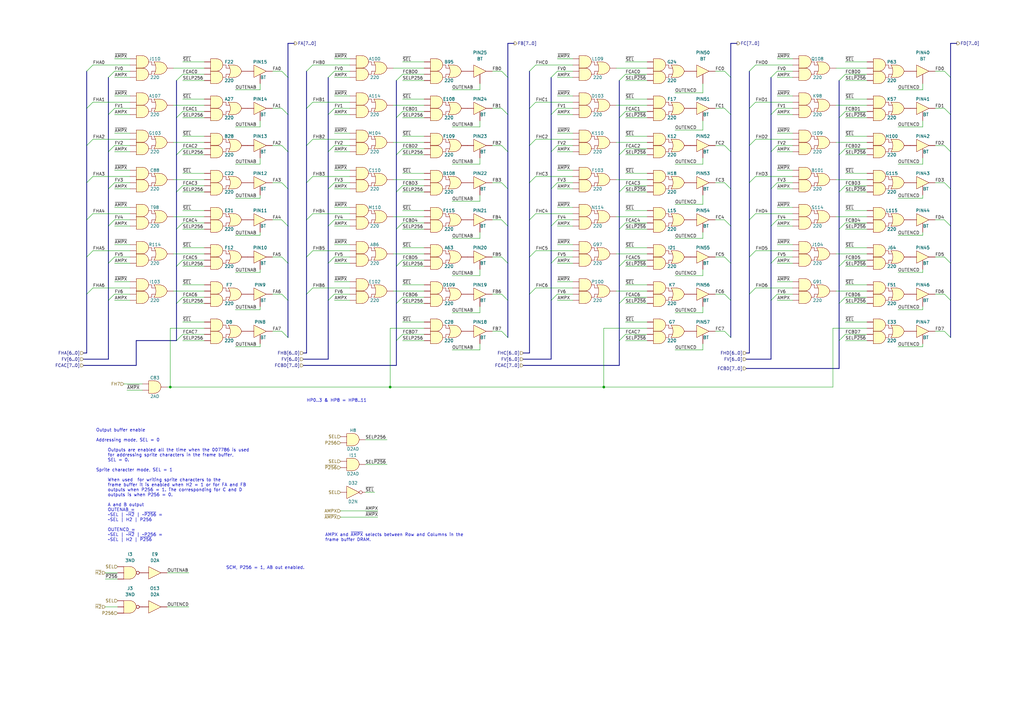
<source format=kicad_sch>
(kicad_sch (version 20230121) (generator eeschema)
  (paper "A3")
  (title_block (title "Konami 007786") (date "2024-01-28") (company "Ulf Skutnabba, twitter: @skutis77"))
  (junction (at 69.85 158.75))
  (junction (at 160.02 158.75))
  (junction (at 247.65 158.75))
  (bus_entry (at 316.23 77.47) (size 2.54 -2.54))
  (bus_entry (at 387.35 74.93) (size 2.54 2.54))
  (bus_entry (at 307.34 120.65) (size 2.54 -2.54))
  (bus_entry (at 316.23 92.71) (size 2.54 -2.54))
  (bus_entry (at 387.35 105.41) (size 2.54 2.54))
  (bus_entry (at 226.06 31.75) (size 2.54 -2.54))
  (bus_entry (at 72.39 109.22) (size 2.54 -2.54))
  (bus_entry (at 115.57 44.45) (size 2.54 2.54))
  (bus_entry (at 35.56 105.41) (size 2.54 -2.54))
  (bus_entry (at 226.06 92.71) (size 2.54 -2.54))
  (bus_entry (at 44.45 92.71) (size 2.54 -2.54))
  (bus_entry (at 254 139.7) (size 2.54 -2.54))
  (bus_entry (at 134.62 46.99) (size 2.54 -2.54))
  (bus_entry (at 316.23 123.19) (size 2.54 -2.54))
  (bus_entry (at 72.39 78.74) (size 2.54 -2.54))
  (bus_entry (at 35.56 59.69) (size 2.54 -2.54))
  (bus_entry (at 44.45 123.19) (size 2.54 -2.54))
  (bus_entry (at 162.56 48.26) (size 2.54 -2.54))
  (bus_entry (at 134.62 77.47) (size 2.54 -2.54))
  (bus_entry (at 297.18 105.41) (size 2.54 2.54))
  (bus_entry (at 254 63.5) (size 2.54 -2.54))
  (bus_entry (at 344.17 93.98) (size 2.54 -2.54))
  (bus_entry (at 387.35 44.45) (size 2.54 2.54))
  (bus_entry (at 72.39 48.26) (size 2.54 -2.54))
  (bus_entry (at 316.23 46.99) (size 2.54 -2.54))
  (bus_entry (at 115.57 90.17) (size 2.54 2.54))
  (bus_entry (at 115.57 74.93) (size 2.54 2.54))
  (bus_entry (at 134.62 107.95) (size 2.54 -2.54))
  (bus_entry (at 344.17 63.5) (size 2.54 -2.54))
  (bus_entry (at 307.34 44.45) (size 2.54 -2.54))
  (bus_entry (at 35.56 74.93) (size 2.54 -2.54))
  (bus_entry (at 35.56 44.45) (size 2.54 -2.54))
  (bus_entry (at 72.39 33.02) (size 2.54 -2.54))
  (bus_entry (at 35.56 29.21) (size 2.54 -2.54))
  (bus_entry (at 297.18 135.89) (size 2.54 2.54))
  (bus_entry (at 226.06 62.23) (size 2.54 -2.54))
  (bus_entry (at 72.39 139.7) (size 2.54 -2.54))
  (bus_entry (at 115.57 120.65) (size 2.54 2.54))
  (bus_entry (at 307.34 74.93) (size 2.54 -2.54))
  (bus_entry (at 297.18 29.21) (size 2.54 2.54))
  (bus_entry (at 205.74 90.17) (size 2.54 2.54))
  (bus_entry (at 72.39 124.46) (size 2.54 -2.54))
  (bus_entry (at 254 109.22) (size 2.54 -2.54))
  (bus_entry (at 125.73 29.21) (size 2.54 -2.54))
  (bus_entry (at 125.73 59.69) (size 2.54 -2.54))
  (bus_entry (at 162.56 93.98) (size 2.54 -2.54))
  (bus_entry (at 387.35 90.17) (size 2.54 2.54))
  (bus_entry (at 217.17 105.41) (size 2.54 -2.54))
  (bus_entry (at 387.35 120.65) (size 2.54 2.54))
  (bus_entry (at 316.23 62.23) (size 2.54 -2.54))
  (bus_entry (at 307.34 105.41) (size 2.54 -2.54))
  (bus_entry (at 316.23 31.75) (size 2.54 -2.54))
  (bus_entry (at 307.34 59.69) (size 2.54 -2.54))
  (bus_entry (at 125.73 74.93) (size 2.54 -2.54))
  (bus_entry (at 344.17 33.02) (size 2.54 -2.54))
  (bus_entry (at 217.17 120.65) (size 2.54 -2.54))
  (bus_entry (at 162.56 33.02) (size 2.54 -2.54))
  (bus_entry (at 205.74 105.41) (size 2.54 2.54))
  (bus_entry (at 134.62 31.75) (size 2.54 -2.54))
  (bus_entry (at 162.56 78.74) (size 2.54 -2.54))
  (bus_entry (at 254 124.46) (size 2.54 -2.54))
  (bus_entry (at 297.18 74.93) (size 2.54 2.54))
  (bus_entry (at 205.74 44.45) (size 2.54 2.54))
  (bus_entry (at 217.17 29.21) (size 2.54 -2.54))
  (bus_entry (at 44.45 31.75) (size 2.54 -2.54))
  (bus_entry (at 115.57 135.89) (size 2.54 2.54))
  (bus_entry (at 226.06 77.47) (size 2.54 -2.54))
  (bus_entry (at 297.18 59.69) (size 2.54 2.54))
  (bus_entry (at 72.39 93.98) (size 2.54 -2.54))
  (bus_entry (at 297.18 90.17) (size 2.54 2.54))
  (bus_entry (at 44.45 107.95) (size 2.54 -2.54))
  (bus_entry (at 205.74 59.69) (size 2.54 2.54))
  (bus_entry (at 217.17 44.45) (size 2.54 -2.54))
  (bus_entry (at 115.57 105.41) (size 2.54 2.54))
  (bus_entry (at 72.39 63.5) (size 2.54 -2.54))
  (bus_entry (at 205.74 74.93) (size 2.54 2.54))
  (bus_entry (at 205.74 135.89) (size 2.54 2.54))
  (bus_entry (at 254 48.26) (size 2.54 -2.54))
  (bus_entry (at 125.73 105.41) (size 2.54 -2.54))
  (bus_entry (at 217.17 90.17) (size 2.54 -2.54))
  (bus_entry (at 35.56 90.17) (size 2.54 -2.54))
  (bus_entry (at 226.06 107.95) (size 2.54 -2.54))
  (bus_entry (at 35.56 120.65) (size 2.54 -2.54))
  (bus_entry (at 254 78.74) (size 2.54 -2.54))
  (bus_entry (at 254 93.98) (size 2.54 -2.54))
  (bus_entry (at 134.62 123.19) (size 2.54 -2.54))
  (bus_entry (at 217.17 59.69) (size 2.54 -2.54))
  (bus_entry (at 307.34 90.17) (size 2.54 -2.54))
  (bus_entry (at 226.06 46.99) (size 2.54 -2.54))
  (bus_entry (at 134.62 92.71) (size 2.54 -2.54))
  (bus_entry (at 387.35 29.21) (size 2.54 2.54))
  (bus_entry (at 316.23 107.95) (size 2.54 -2.54))
  (bus_entry (at 344.17 48.26) (size 2.54 -2.54))
  (bus_entry (at 134.62 62.23) (size 2.54 -2.54))
  (bus_entry (at 297.18 44.45) (size 2.54 2.54))
  (bus_entry (at 297.18 120.65) (size 2.54 2.54))
  (bus_entry (at 226.06 123.19) (size 2.54 -2.54))
  (bus_entry (at 125.73 90.17) (size 2.54 -2.54))
  (bus_entry (at 44.45 46.99) (size 2.54 -2.54))
  (bus_entry (at 44.45 77.47) (size 2.54 -2.54))
  (bus_entry (at 387.35 59.69) (size 2.54 2.54))
  (bus_entry (at 162.56 63.5) (size 2.54 -2.54))
  (bus_entry (at 217.17 74.93) (size 2.54 -2.54))
  (bus_entry (at 115.57 29.21) (size 2.54 2.54))
  (bus_entry (at 344.17 124.46) (size 2.54 -2.54))
  (bus_entry (at 387.35 135.89) (size 2.54 2.54))
  (bus_entry (at 254 33.02) (size 2.54 -2.54))
  (bus_entry (at 125.73 120.65) (size 2.54 -2.54))
  (bus_entry (at 162.56 139.7) (size 2.54 -2.54))
  (bus_entry (at 205.74 29.21) (size 2.54 2.54))
  (bus_entry (at 125.73 44.45) (size 2.54 -2.54))
  (bus_entry (at 344.17 139.7) (size 2.54 -2.54))
  (bus_entry (at 344.17 109.22) (size 2.54 -2.54))
  (bus_entry (at 115.57 59.69) (size 2.54 2.54))
  (bus_entry (at 205.74 120.65) (size 2.54 2.54))
  (bus_entry (at 307.34 29.21) (size 2.54 -2.54))
  (bus_entry (at 162.56 124.46) (size 2.54 -2.54))
  (bus_entry (at 44.45 62.23) (size 2.54 -2.54))
  (bus_entry (at 344.17 78.74) (size 2.54 -2.54))
  (bus_entry (at 162.56 109.22) (size 2.54 -2.54))
  (wire (pts (xy 96.52 142.24) (xy 106.68 142.24)))
  (wire (pts (xy 46.99 123.19) (xy 53.34 123.19)))
  (wire (pts (xy 137.16 62.23) (xy 143.51 62.23)))
  (wire (pts (xy 228.6 46.99) (xy 234.95 46.99)))
  (bus (pts (xy 118.11 62.23) (xy 118.11 77.47)))
  (bus (pts (xy 134.62 123.19) (xy 134.62 147.32)))
  (bus (pts (xy 118.11 123.19) (xy 118.11 138.43)))
  (wire (pts (xy 342.9 43.18) (xy 355.6 43.18)))
  (wire (pts (xy 111.76 44.45) (xy 115.57 44.45)))
  (wire (pts (xy 346.71 40.64) (xy 355.6 40.64)))
  (wire (pts (xy 137.16 85.09) (xy 143.51 85.09)))
  (bus (pts (xy 307.34 44.45) (xy 307.34 59.69)))
  (bus (pts (xy 162.56 48.26) (xy 162.56 63.5)))
  (bus (pts (xy 134.62 46.99) (xy 134.62 62.23)))
  (wire (pts (xy 219.71 72.39) (xy 234.95 72.39)))
  (wire (pts (xy 219.71 87.63) (xy 234.95 87.63)))
  (wire (pts (xy 293.37 44.45) (xy 297.18 44.45)))
  (bus (pts (xy 344.17 139.7) (xy 344.17 151.13)))
  (wire (pts (xy 46.99 74.93) (xy 53.34 74.93)))
  (bus (pts (xy 72.39 33.02) (xy 72.39 48.26)))
  (wire (pts (xy 74.93 55.88) (xy 83.82 55.88)))
  (wire (pts (xy 256.54 139.7) (xy 265.43 139.7)))
  (wire (pts (xy 165.1 33.02) (xy 173.99 33.02)))
  (bus (pts (xy 162.56 78.74) (xy 162.56 93.98)))
  (wire (pts (xy 346.71 137.16) (xy 355.6 137.16)))
  (bus (pts (xy 307.34 90.17) (xy 307.34 105.41)))
  (wire (pts (xy 46.99 105.41) (xy 53.34 105.41)))
  (wire (pts (xy 318.77 107.95) (xy 325.12 107.95)))
  (wire (pts (xy 219.71 118.11) (xy 234.95 118.11)))
  (wire (pts (xy 342.9 73.66) (xy 355.6 73.66)))
  (wire (pts (xy 74.93 137.16) (xy 83.82 137.16)))
  (wire (pts (xy 160.02 158.75) (xy 247.65 158.75)))
  (bus (pts (xy 299.72 62.23) (xy 299.72 77.47)))
  (wire (pts (xy 106.68 111.76) (xy 106.68 110.49)))
  (wire (pts (xy 256.54 109.22) (xy 265.43 109.22)))
  (bus (pts (xy 125.73 90.17) (xy 125.73 105.41)))
  (wire (pts (xy 309.88 102.87) (xy 325.12 102.87)))
  (wire (pts (xy 346.71 25.4) (xy 355.6 25.4)))
  (wire (pts (xy 228.6 123.19) (xy 234.95 123.19)))
  (wire (pts (xy 137.16 77.47) (xy 143.51 77.47)))
  (wire (pts (xy 71.12 43.18) (xy 83.82 43.18)))
  (bus (pts (xy 118.11 92.71) (xy 118.11 107.95)))
  (wire (pts (xy 276.86 83.82) (xy 288.29 83.82)))
  (wire (pts (xy 378.46 96.52) (xy 378.46 95.25)))
  (wire (pts (xy 346.71 109.22) (xy 355.6 109.22)))
  (wire (pts (xy 149.86 201.93) (xy 153.67 201.93)))
  (bus (pts (xy 389.89 46.99) (xy 389.89 62.23)))
  (wire (pts (xy 378.46 52.07) (xy 378.46 49.53)))
  (wire (pts (xy 165.1 86.36) (xy 173.99 86.36)))
  (bus (pts (xy 55.88 139.7) (xy 55.88 149.86)))
  (bus (pts (xy 125.73 59.69) (xy 125.73 74.93)))
  (wire (pts (xy 38.1 102.87) (xy 53.34 102.87)))
  (wire (pts (xy 46.99 120.65) (xy 53.34 120.65)))
  (wire (pts (xy 368.3 127) (xy 378.46 127)))
  (wire (pts (xy 96.52 96.52) (xy 106.68 96.52)))
  (bus (pts (xy 35.56 29.21) (xy 35.56 44.45)))
  (bus (pts (xy 217.17 90.17) (xy 217.17 105.41)))
  (wire (pts (xy 46.99 29.21) (xy 53.34 29.21)))
  (bus (pts (xy 217.17 44.45) (xy 217.17 59.69)))
  (bus (pts (xy 226.06 107.95) (xy 226.06 123.19)))
  (wire (pts (xy 201.93 44.45) (xy 205.74 44.45)))
  (wire (pts (xy 46.99 54.61) (xy 53.34 54.61)))
  (wire (pts (xy 38.1 72.39) (xy 53.34 72.39)))
  (bus (pts (xy 162.56 33.02) (xy 162.56 48.26)))
  (wire (pts (xy 318.77 115.57) (xy 325.12 115.57)))
  (bus (pts (xy 44.45 77.47) (xy 44.45 92.71)))
  (wire (pts (xy 165.1 109.22) (xy 173.99 109.22)))
  (wire (pts (xy 247.65 134.62) (xy 265.43 134.62)))
  (bus (pts (xy 118.11 107.95) (xy 118.11 123.19)))
  (wire (pts (xy 74.93 109.22) (xy 83.82 109.22)))
  (bus (pts (xy 226.06 77.47) (xy 226.06 92.71)))
  (wire (pts (xy 228.6 54.61) (xy 234.95 54.61)))
  (bus (pts (xy 125.73 74.93) (xy 125.73 90.17)))
  (wire (pts (xy 137.16 54.61) (xy 143.51 54.61)))
  (wire (pts (xy 276.86 143.51) (xy 288.29 143.51)))
  (bus (pts (xy 316.23 77.47) (xy 316.23 92.71)))
  (wire (pts (xy 288.29 97.79) (xy 288.29 95.25)))
  (wire (pts (xy 201.93 135.89) (xy 205.74 135.89)))
  (wire (pts (xy 74.93 33.02) (xy 83.82 33.02)))
  (wire (pts (xy 137.16 100.33) (xy 143.51 100.33)))
  (wire (pts (xy 276.86 113.03) (xy 288.29 113.03)))
  (wire (pts (xy 185.42 113.03) (xy 196.85 113.03)))
  (bus (pts (xy 254 33.02) (xy 254 48.26)))
  (wire (pts (xy 252.73 104.14) (xy 265.43 104.14)))
  (wire (pts (xy 137.16 123.19) (xy 143.51 123.19)))
  (wire (pts (xy 309.88 26.67) (xy 325.12 26.67)))
  (wire (pts (xy 69.85 158.75) (xy 68.58 158.75)))
  (wire (pts (xy 228.6 120.65) (xy 234.95 120.65)))
  (wire (pts (xy 137.16 24.13) (xy 143.51 24.13)))
  (bus (pts (xy 35.56 59.69) (xy 35.56 74.93)))
  (wire (pts (xy 228.6 85.09) (xy 234.95 85.09)))
  (wire (pts (xy 342.9 104.14) (xy 355.6 104.14)))
  (wire (pts (xy 252.73 88.9) (xy 265.43 88.9)))
  (bus (pts (xy 208.28 17.78) (xy 210.82 17.78)))
  (wire (pts (xy 368.3 111.76) (xy 378.46 111.76)))
  (bus (pts (xy 35.56 105.41) (xy 35.56 120.65)))
  (bus (pts (xy 299.72 31.75) (xy 299.72 46.99)))
  (bus (pts (xy 299.72 17.78) (xy 302.26 17.78)))
  (wire (pts (xy 161.29 104.14) (xy 173.99 104.14)))
  (bus (pts (xy 344.17 78.74) (xy 344.17 93.98)))
  (wire (pts (xy 383.54 135.89) (xy 387.35 135.89)))
  (wire (pts (xy 149.86 180.34) (xy 158.75 180.34)))
  (wire (pts (xy 252.73 119.38) (xy 265.43 119.38)))
  (wire (pts (xy 346.71 71.12) (xy 355.6 71.12)))
  (wire (pts (xy 219.71 26.67) (xy 234.95 26.67)))
  (wire (pts (xy 256.54 91.44) (xy 265.43 91.44)))
  (wire (pts (xy 161.29 119.38) (xy 173.99 119.38)))
  (wire (pts (xy 96.52 52.07) (xy 106.68 52.07)))
  (wire (pts (xy 165.1 132.08) (xy 173.99 132.08)))
  (wire (pts (xy 71.12 73.66) (xy 83.82 73.66)))
  (bus (pts (xy 226.06 46.99) (xy 226.06 62.23)))
  (wire (pts (xy 346.71 86.36) (xy 355.6 86.36)))
  (wire (pts (xy 383.54 90.17) (xy 387.35 90.17)))
  (wire (pts (xy 228.6 90.17) (xy 234.95 90.17)))
  (bus (pts (xy 316.23 107.95) (xy 316.23 123.19)))
  (wire (pts (xy 288.29 53.34) (xy 288.29 49.53)))
  (wire (pts (xy 342.9 58.42) (xy 355.6 58.42)))
  (bus (pts (xy 72.39 78.74) (xy 72.39 93.98)))
  (wire (pts (xy 46.99 24.13) (xy 53.34 24.13)))
  (wire (pts (xy 378.46 111.76) (xy 378.46 110.49)))
  (bus (pts (xy 254 78.74) (xy 254 93.98)))
  (wire (pts (xy 368.3 81.28) (xy 378.46 81.28)))
  (wire (pts (xy 165.1 101.6) (xy 173.99 101.6)))
  (wire (pts (xy 256.54 93.98) (xy 265.43 93.98)))
  (bus (pts (xy 254 139.7) (xy 254 149.86)))
  (wire (pts (xy 128.27 57.15) (xy 143.51 57.15)))
  (wire (pts (xy 252.73 27.94) (xy 265.43 27.94)))
  (wire (pts (xy 74.93 76.2) (xy 83.82 76.2)))
  (wire (pts (xy 346.71 60.96) (xy 355.6 60.96)))
  (wire (pts (xy 46.99 100.33) (xy 53.34 100.33)))
  (wire (pts (xy 106.68 52.07) (xy 106.68 49.53)))
  (bus (pts (xy 316.23 92.71) (xy 316.23 107.95)))
  (wire (pts (xy 342.9 88.9) (xy 355.6 88.9)))
  (wire (pts (xy 201.93 59.69) (xy 205.74 59.69)))
  (wire (pts (xy 383.54 74.93) (xy 387.35 74.93)))
  (wire (pts (xy 111.76 29.21) (xy 115.57 29.21)))
  (wire (pts (xy 383.54 120.65) (xy 387.35 120.65)))
  (wire (pts (xy 228.6 77.47) (xy 234.95 77.47)))
  (wire (pts (xy 318.77 44.45) (xy 325.12 44.45)))
  (bus (pts (xy 307.34 120.65) (xy 307.34 144.78)))
  (bus (pts (xy 162.56 63.5) (xy 162.56 78.74)))
  (wire (pts (xy 346.71 45.72) (xy 355.6 45.72)))
  (wire (pts (xy 74.93 71.12) (xy 83.82 71.12)))
  (wire (pts (xy 378.46 67.31) (xy 378.46 64.77)))
  (bus (pts (xy 299.72 46.99) (xy 299.72 62.23)))
  (wire (pts (xy 293.37 29.21) (xy 297.18 29.21)))
  (wire (pts (xy 383.54 59.69) (xy 387.35 59.69)))
  (wire (pts (xy 341.63 134.62) (xy 355.6 134.62)))
  (wire (pts (xy 256.54 132.08) (xy 265.43 132.08)))
  (bus (pts (xy 214.63 147.32) (xy 226.06 147.32)))
  (bus (pts (xy 307.34 74.93) (xy 307.34 90.17)))
  (wire (pts (xy 74.93 45.72) (xy 83.82 45.72)))
  (bus (pts (xy 125.73 105.41) (xy 125.73 120.65)))
  (wire (pts (xy 139.7 209.55) (xy 154.94 209.55)))
  (wire (pts (xy 137.16 107.95) (xy 143.51 107.95)))
  (bus (pts (xy 307.34 29.21) (xy 307.34 44.45)))
  (bus (pts (xy 299.72 77.47) (xy 299.72 92.71)))
  (wire (pts (xy 165.1 116.84) (xy 173.99 116.84)))
  (bus (pts (xy 125.73 29.21) (xy 125.73 44.45)))
  (wire (pts (xy 111.76 135.89) (xy 115.57 135.89)))
  (bus (pts (xy 208.28 77.47) (xy 208.28 92.71)))
  (wire (pts (xy 46.99 107.95) (xy 53.34 107.95)))
  (bus (pts (xy 306.07 144.78) (xy 307.34 144.78)))
  (wire (pts (xy 128.27 41.91) (xy 143.51 41.91)))
  (wire (pts (xy 149.86 190.5) (xy 158.75 190.5)))
  (bus (pts (xy 299.72 17.78) (xy 299.72 31.75)))
  (wire (pts (xy 318.77 100.33) (xy 325.12 100.33)))
  (wire (pts (xy 165.1 91.44) (xy 173.99 91.44)))
  (bus (pts (xy 162.56 124.46) (xy 162.56 139.7)))
  (wire (pts (xy 256.54 78.74) (xy 265.43 78.74)))
  (wire (pts (xy 46.99 62.23) (xy 53.34 62.23)))
  (wire (pts (xy 43.18 234.95) (xy 48.26 234.95)))
  (wire (pts (xy 106.68 81.28) (xy 106.68 80.01)))
  (wire (pts (xy 165.1 63.5) (xy 173.99 63.5)))
  (wire (pts (xy 228.6 31.75) (xy 234.95 31.75)))
  (bus (pts (xy 217.17 74.93) (xy 217.17 90.17)))
  (wire (pts (xy 196.85 128.27) (xy 196.85 125.73)))
  (wire (pts (xy 185.42 82.55) (xy 196.85 82.55)))
  (wire (pts (xy 137.16 115.57) (xy 143.51 115.57)))
  (wire (pts (xy 74.93 132.08) (xy 83.82 132.08)))
  (wire (pts (xy 318.77 46.99) (xy 325.12 46.99)))
  (wire (pts (xy 256.54 71.12) (xy 265.43 71.12)))
  (wire (pts (xy 137.16 69.85) (xy 143.51 69.85)))
  (wire (pts (xy 71.12 88.9) (xy 83.82 88.9)))
  (bus (pts (xy 72.39 48.26) (xy 72.39 63.5)))
  (wire (pts (xy 161.29 27.94) (xy 173.99 27.94)))
  (wire (pts (xy 128.27 26.67) (xy 143.51 26.67)))
  (wire (pts (xy 46.99 90.17) (xy 53.34 90.17)))
  (wire (pts (xy 201.93 90.17) (xy 205.74 90.17)))
  (wire (pts (xy 137.16 44.45) (xy 143.51 44.45)))
  (bus (pts (xy 299.72 123.19) (xy 299.72 138.43)))
  (bus (pts (xy 44.45 107.95) (xy 44.45 123.19)))
  (wire (pts (xy 111.76 120.65) (xy 115.57 120.65)))
  (bus (pts (xy 125.73 120.65) (xy 125.73 144.78)))
  (bus (pts (xy 35.56 74.93) (xy 35.56 90.17)))
  (bus (pts (xy 299.72 107.95) (xy 299.72 123.19)))
  (bus (pts (xy 254 63.5) (xy 254 78.74)))
  (wire (pts (xy 293.37 90.17) (xy 297.18 90.17)))
  (wire (pts (xy 228.6 100.33) (xy 234.95 100.33)))
  (bus (pts (xy 307.34 59.69) (xy 307.34 74.93)))
  (wire (pts (xy 165.1 40.64) (xy 173.99 40.64)))
  (wire (pts (xy 38.1 57.15) (xy 53.34 57.15)))
  (bus (pts (xy 118.11 31.75) (xy 118.11 46.99)))
  (wire (pts (xy 196.85 52.07) (xy 196.85 49.53)))
  (wire (pts (xy 69.85 134.62) (xy 69.85 158.75)))
  (bus (pts (xy 389.89 17.78) (xy 392.43 17.78)))
  (wire (pts (xy 256.54 121.92) (xy 265.43 121.92)))
  (bus (pts (xy 34.29 147.32) (xy 44.45 147.32)))
  (wire (pts (xy 69.85 158.75) (xy 160.02 158.75)))
  (wire (pts (xy 318.77 31.75) (xy 325.12 31.75)))
  (wire (pts (xy 383.54 29.21) (xy 387.35 29.21)))
  (wire (pts (xy 256.54 48.26) (xy 265.43 48.26)))
  (wire (pts (xy 43.18 237.49) (xy 48.26 237.49)))
  (wire (pts (xy 74.93 106.68) (xy 83.82 106.68)))
  (wire (pts (xy 185.42 36.83) (xy 196.85 36.83)))
  (bus (pts (xy 316.23 62.23) (xy 316.23 77.47)))
  (wire (pts (xy 309.88 41.91) (xy 325.12 41.91)))
  (wire (pts (xy 228.6 115.57) (xy 234.95 115.57)))
  (wire (pts (xy 265.43 45.72) (xy 256.54 45.72)))
  (wire (pts (xy 74.93 40.64) (xy 83.82 40.64)))
  (wire (pts (xy 288.29 67.31) (xy 288.29 64.77)))
  (wire (pts (xy 137.16 29.21) (xy 143.51 29.21)))
  (wire (pts (xy 165.1 71.12) (xy 173.99 71.12)))
  (wire (pts (xy 106.68 36.83) (xy 106.68 34.29)))
  (bus (pts (xy 254 109.22) (xy 254 124.46)))
  (bus (pts (xy 34.29 149.86) (xy 55.88 149.86)))
  (wire (pts (xy 346.71 106.68) (xy 355.6 106.68)))
  (wire (pts (xy 165.1 25.4) (xy 173.99 25.4)))
  (bus (pts (xy 118.11 17.78) (xy 118.11 31.75)))
  (bus (pts (xy 217.17 29.21) (xy 217.17 44.45)))
  (wire (pts (xy 106.68 96.52) (xy 106.68 95.25)))
  (bus (pts (xy 214.63 144.78) (xy 217.17 144.78)))
  (wire (pts (xy 74.93 91.44) (xy 83.82 91.44)))
  (bus (pts (xy 72.39 93.98) (xy 72.39 109.22)))
  (wire (pts (xy 74.93 86.36) (xy 83.82 86.36)))
  (wire (pts (xy 137.16 92.71) (xy 143.51 92.71)))
  (wire (pts (xy 318.77 62.23) (xy 325.12 62.23)))
  (bus (pts (xy 124.46 149.86) (xy 162.56 149.86)))
  (wire (pts (xy 252.73 58.42) (xy 265.43 58.42)))
  (wire (pts (xy 46.99 46.99) (xy 53.34 46.99)))
  (bus (pts (xy 162.56 93.98) (xy 162.56 109.22)))
  (wire (pts (xy 165.1 106.68) (xy 173.99 106.68)))
  (wire (pts (xy 368.3 36.83) (xy 378.46 36.83)))
  (wire (pts (xy 368.3 52.07) (xy 378.46 52.07)))
  (bus (pts (xy 134.62 31.75) (xy 134.62 46.99)))
  (wire (pts (xy 276.86 38.1) (xy 288.29 38.1)))
  (wire (pts (xy 137.16 31.75) (xy 143.51 31.75)))
  (bus (pts (xy 72.39 63.5) (xy 72.39 78.74)))
  (wire (pts (xy 71.12 58.42) (xy 83.82 58.42)))
  (bus (pts (xy 389.89 31.75) (xy 389.89 17.78)))
  (wire (pts (xy 288.29 38.1) (xy 288.29 34.29)))
  (wire (pts (xy 346.71 48.26) (xy 355.6 48.26)))
  (bus (pts (xy 34.29 144.78) (xy 35.56 144.78)))
  (wire (pts (xy 318.77 90.17) (xy 325.12 90.17)))
  (bus (pts (xy 134.62 92.71) (xy 134.62 107.95)))
  (bus (pts (xy 35.56 44.45) (xy 35.56 59.69)))
  (wire (pts (xy 228.6 62.23) (xy 234.95 62.23)))
  (bus (pts (xy 208.28 92.71) (xy 208.28 107.95)))
  (wire (pts (xy 309.88 72.39) (xy 325.12 72.39)))
  (wire (pts (xy 201.93 105.41) (xy 205.74 105.41)))
  (wire (pts (xy 318.77 92.71) (xy 325.12 92.71)))
  (wire (pts (xy 346.71 76.2) (xy 355.6 76.2)))
  (wire (pts (xy 288.29 83.82) (xy 288.29 80.01)))
  (wire (pts (xy 318.77 77.47) (xy 325.12 77.47)))
  (wire (pts (xy 276.86 53.34) (xy 288.29 53.34)))
  (wire (pts (xy 106.68 127) (xy 106.68 125.73)))
  (wire (pts (xy 201.93 120.65) (xy 205.74 120.65)))
  (wire (pts (xy 128.27 102.87) (xy 143.51 102.87)))
  (wire (pts (xy 74.93 60.96) (xy 83.82 60.96)))
  (wire (pts (xy 196.85 143.51) (xy 196.85 140.97)))
  (wire (pts (xy 342.9 27.94) (xy 355.6 27.94)))
  (wire (pts (xy 165.1 76.2) (xy 173.99 76.2)))
  (bus (pts (xy 389.89 31.75) (xy 389.89 46.99)))
  (wire (pts (xy 318.77 59.69) (xy 325.12 59.69)))
  (wire (pts (xy 128.27 72.39) (xy 143.51 72.39)))
  (wire (pts (xy 256.54 86.36) (xy 265.43 86.36)))
  (wire (pts (xy 256.54 60.96) (xy 265.43 60.96)))
  (wire (pts (xy 228.6 107.95) (xy 234.95 107.95)))
  (wire (pts (xy 252.73 73.66) (xy 265.43 73.66)))
  (wire (pts (xy 201.93 29.21) (xy 205.74 29.21)))
  (wire (pts (xy 38.1 87.63) (xy 53.34 87.63)))
  (bus (pts (xy 118.11 17.78) (xy 120.65 17.78)))
  (wire (pts (xy 228.6 24.13) (xy 234.95 24.13)))
  (wire (pts (xy 293.37 135.89) (xy 297.18 135.89)))
  (wire (pts (xy 368.3 67.31) (xy 378.46 67.31)))
  (wire (pts (xy 196.85 67.31) (xy 196.85 64.77)))
  (bus (pts (xy 344.17 33.02) (xy 344.17 48.26)))
  (wire (pts (xy 256.54 63.5) (xy 265.43 63.5)))
  (wire (pts (xy 74.93 78.74) (xy 83.82 78.74)))
  (bus (pts (xy 208.28 62.23) (xy 208.28 77.47)))
  (wire (pts (xy 256.54 40.64) (xy 265.43 40.64)))
  (wire (pts (xy 256.54 106.68) (xy 265.43 106.68)))
  (wire (pts (xy 68.58 234.95) (xy 77.47 234.95)))
  (wire (pts (xy 111.76 74.93) (xy 115.57 74.93)))
  (wire (pts (xy 74.93 101.6) (xy 83.82 101.6)))
  (wire (pts (xy 346.71 91.44) (xy 355.6 91.44)))
  (wire (pts (xy 256.54 25.4) (xy 265.43 25.4)))
  (wire (pts (xy 228.6 69.85) (xy 234.95 69.85)))
  (wire (pts (xy 383.54 105.41) (xy 387.35 105.41)))
  (wire (pts (xy 137.16 46.99) (xy 143.51 46.99)))
  (wire (pts (xy 318.77 85.09) (xy 325.12 85.09)))
  (wire (pts (xy 247.65 134.62) (xy 247.65 158.75)))
  (bus (pts (xy 226.06 92.71) (xy 226.06 107.95)))
  (wire (pts (xy 137.16 105.41) (xy 143.51 105.41)))
  (bus (pts (xy 162.56 139.7) (xy 162.56 149.86)))
  (wire (pts (xy 288.29 113.03) (xy 288.29 110.49)))
  (bus (pts (xy 226.06 62.23) (xy 226.06 77.47)))
  (wire (pts (xy 256.54 124.46) (xy 265.43 124.46)))
  (wire (pts (xy 346.71 30.48) (xy 355.6 30.48)))
  (wire (pts (xy 96.52 127) (xy 106.68 127)))
  (wire (pts (xy 46.99 85.09) (xy 53.34 85.09)))
  (wire (pts (xy 196.85 97.79) (xy 196.85 95.25)))
  (wire (pts (xy 96.52 81.28) (xy 106.68 81.28)))
  (wire (pts (xy 346.71 55.88) (xy 355.6 55.88)))
  (wire (pts (xy 378.46 127) (xy 378.46 125.73)))
  (wire (pts (xy 165.1 121.92) (xy 173.99 121.92)))
  (bus (pts (xy 389.89 123.19) (xy 389.89 138.43)))
  (bus (pts (xy 208.28 31.75) (xy 208.28 46.99)))
  (wire (pts (xy 318.77 39.37) (xy 325.12 39.37)))
  (wire (pts (xy 68.58 248.92) (xy 77.47 248.92)))
  (wire (pts (xy 111.76 59.69) (xy 115.57 59.69)))
  (bus (pts (xy 217.17 120.65) (xy 217.17 144.78)))
  (wire (pts (xy 165.1 45.72) (xy 173.99 45.72)))
  (wire (pts (xy 71.12 119.38) (xy 83.82 119.38)))
  (wire (pts (xy 74.93 121.92) (xy 83.82 121.92)))
  (wire (pts (xy 368.3 142.24) (xy 378.46 142.24)))
  (wire (pts (xy 46.99 31.75) (xy 53.34 31.75)))
  (wire (pts (xy 106.68 142.24) (xy 106.68 140.97)))
  (bus (pts (xy 344.17 48.26) (xy 344.17 63.5)))
  (wire (pts (xy 228.6 105.41) (xy 234.95 105.41)))
  (wire (pts (xy 185.42 143.51) (xy 196.85 143.51)))
  (bus (pts (xy 226.06 123.19) (xy 226.06 147.32)))
  (bus (pts (xy 254 124.46) (xy 254 139.7)))
  (wire (pts (xy 38.1 41.91) (xy 53.34 41.91)))
  (wire (pts (xy 276.86 97.79) (xy 288.29 97.79)))
  (wire (pts (xy 185.42 52.07) (xy 196.85 52.07)))
  (wire (pts (xy 165.1 93.98) (xy 173.99 93.98)))
  (wire (pts (xy 342.9 119.38) (xy 355.6 119.38)))
  (bus (pts (xy 208.28 123.19) (xy 208.28 138.43)))
  (bus (pts (xy 118.11 77.47) (xy 118.11 92.71)))
  (wire (pts (xy 341.63 158.75) (xy 341.63 134.62)))
  (wire (pts (xy 228.6 44.45) (xy 234.95 44.45)))
  (wire (pts (xy 46.99 44.45) (xy 53.34 44.45)))
  (wire (pts (xy 247.65 158.75) (xy 341.63 158.75)))
  (wire (pts (xy 165.1 124.46) (xy 173.99 124.46)))
  (wire (pts (xy 111.76 105.41) (xy 115.57 105.41)))
  (wire (pts (xy 46.99 77.47) (xy 53.34 77.47)))
  (bus (pts (xy 389.89 92.71) (xy 389.89 107.95)))
  (bus (pts (xy 316.23 123.19) (xy 316.23 147.32)))
  (bus (pts (xy 389.89 107.95) (xy 389.89 123.19)))
  (wire (pts (xy 46.99 92.71) (xy 53.34 92.71)))
  (bus (pts (xy 35.56 120.65) (xy 35.56 144.78)))
  (wire (pts (xy 346.71 101.6) (xy 355.6 101.6)))
  (wire (pts (xy 71.12 104.14) (xy 83.82 104.14)))
  (wire (pts (xy 111.76 90.17) (xy 115.57 90.17)))
  (wire (pts (xy 38.1 26.67) (xy 53.34 26.67)))
  (wire (pts (xy 318.77 24.13) (xy 325.12 24.13)))
  (wire (pts (xy 288.29 143.51) (xy 288.29 140.97)))
  (bus (pts (xy 208.28 31.75) (xy 208.28 17.78)))
  (wire (pts (xy 165.1 137.16) (xy 173.99 137.16)))
  (bus (pts (xy 44.45 92.71) (xy 44.45 107.95)))
  (bus (pts (xy 254 93.98) (xy 254 109.22)))
  (wire (pts (xy 252.73 43.18) (xy 265.43 43.18)))
  (bus (pts (xy 72.39 109.22) (xy 72.39 124.46)))
  (bus (pts (xy 316.23 46.99) (xy 316.23 62.23)))
  (wire (pts (xy 318.77 54.61) (xy 325.12 54.61)))
  (wire (pts (xy 346.71 33.02) (xy 355.6 33.02)))
  (bus (pts (xy 389.89 62.23) (xy 389.89 77.47)))
  (wire (pts (xy 137.16 39.37) (xy 143.51 39.37)))
  (wire (pts (xy 256.54 137.16) (xy 265.43 137.16)))
  (wire (pts (xy 74.93 30.48) (xy 83.82 30.48)))
  (wire (pts (xy 228.6 29.21) (xy 234.95 29.21)))
  (wire (pts (xy 256.54 33.02) (xy 265.43 33.02)))
  (wire (pts (xy 346.71 116.84) (xy 355.6 116.84)))
  (wire (pts (xy 228.6 39.37) (xy 234.95 39.37)))
  (wire (pts (xy 128.27 87.63) (xy 143.51 87.63)))
  (bus (pts (xy 44.45 46.99) (xy 44.45 62.23)))
  (wire (pts (xy 185.42 67.31) (xy 196.85 67.31)))
  (wire (pts (xy 293.37 120.65) (xy 297.18 120.65)))
  (wire (pts (xy 165.1 139.7) (xy 173.99 139.7)))
  (bus (pts (xy 35.56 90.17) (xy 35.56 105.41)))
  (wire (pts (xy 256.54 76.2) (xy 265.43 76.2)))
  (wire (pts (xy 309.88 57.15) (xy 325.12 57.15)))
  (wire (pts (xy 378.46 36.83) (xy 378.46 34.29)))
  (wire (pts (xy 185.42 97.79) (xy 196.85 97.79)))
  (wire (pts (xy 74.93 116.84) (xy 83.82 116.84)))
  (bus (pts (xy 307.34 105.41) (xy 307.34 120.65)))
  (wire (pts (xy 309.88 118.11) (xy 325.12 118.11)))
  (wire (pts (xy 46.99 115.57) (xy 53.34 115.57)))
  (wire (pts (xy 48.26 248.92) (xy 43.18 248.92)))
  (wire (pts (xy 318.77 74.93) (xy 325.12 74.93)))
  (wire (pts (xy 106.68 67.31) (xy 106.68 64.77)))
  (bus (pts (xy 306.07 151.13) (xy 344.17 151.13)))
  (wire (pts (xy 71.12 27.94) (xy 83.82 27.94)))
  (wire (pts (xy 346.71 124.46) (xy 355.6 124.46)))
  (wire (pts (xy 293.37 105.41) (xy 297.18 105.41)))
  (wire (pts (xy 219.71 41.91) (xy 234.95 41.91)))
  (wire (pts (xy 161.29 73.66) (xy 173.99 73.66)))
  (bus (pts (xy 254 48.26) (xy 254 63.5)))
  (wire (pts (xy 74.93 25.4) (xy 83.82 25.4)))
  (wire (pts (xy 293.37 74.93) (xy 297.18 74.93)))
  (wire (pts (xy 128.27 118.11) (xy 143.51 118.11)))
  (wire (pts (xy 346.71 93.98) (xy 355.6 93.98)))
  (wire (pts (xy 196.85 82.55) (xy 196.85 80.01)))
  (wire (pts (xy 219.71 57.15) (xy 234.95 57.15)))
  (bus (pts (xy 134.62 77.47) (xy 134.62 92.71)))
  (wire (pts (xy 38.1 118.11) (xy 53.34 118.11)))
  (wire (pts (xy 165.1 48.26) (xy 173.99 48.26)))
  (wire (pts (xy 228.6 74.93) (xy 234.95 74.93)))
  (wire (pts (xy 293.37 59.69) (xy 297.18 59.69)))
  (bus (pts (xy 226.06 31.75) (xy 226.06 46.99)))
  (bus (pts (xy 118.11 46.99) (xy 118.11 62.23)))
  (bus (pts (xy 344.17 93.98) (xy 344.17 109.22)))
  (bus (pts (xy 208.28 46.99) (xy 208.28 62.23)))
  (wire (pts (xy 137.16 120.65) (xy 143.51 120.65)))
  (wire (pts (xy 74.93 93.98) (xy 83.82 93.98)))
  (bus (pts (xy 55.88 139.7) (xy 72.39 139.7)))
  (wire (pts (xy 256.54 30.48) (xy 265.43 30.48)))
  (wire (pts (xy 106.68 36.83) (xy 96.52 36.83)))
  (wire (pts (xy 161.29 58.42) (xy 173.99 58.42)))
  (bus (pts (xy 316.23 31.75) (xy 316.23 46.99)))
  (wire (pts (xy 346.71 121.92) (xy 355.6 121.92)))
  (bus (pts (xy 344.17 63.5) (xy 344.17 78.74)))
  (wire (pts (xy 160.02 134.62) (xy 160.02 158.75)))
  (wire (pts (xy 318.77 123.19) (xy 325.12 123.19)))
  (wire (pts (xy 318.77 105.41) (xy 325.12 105.41)))
  (wire (pts (xy 165.1 30.48) (xy 173.99 30.48)))
  (wire (pts (xy 50.8 157.48) (xy 58.42 157.48)))
  (bus (pts (xy 44.45 31.75) (xy 44.45 46.99)))
  (wire (pts (xy 378.46 142.24) (xy 378.46 140.97)))
  (wire (pts (xy 276.86 67.31) (xy 288.29 67.31)))
  (wire (pts (xy 69.85 134.62) (xy 83.82 134.62)))
  (wire (pts (xy 378.46 81.28) (xy 378.46 80.01)))
  (wire (pts (xy 256.54 55.88) (xy 265.43 55.88)))
  (bus (pts (xy 306.07 147.32) (xy 316.23 147.32)))
  (wire (pts (xy 256.54 101.6) (xy 265.43 101.6)))
  (wire (pts (xy 137.16 74.93) (xy 143.51 74.93)))
  (wire (pts (xy 318.77 120.65) (xy 325.12 120.65)))
  (bus (pts (xy 72.39 124.46) (xy 72.39 139.7)))
  (wire (pts (xy 185.42 128.27) (xy 196.85 128.27)))
  (wire (pts (xy 165.1 55.88) (xy 173.99 55.88)))
  (wire (pts (xy 74.93 48.26) (xy 83.82 48.26)))
  (bus (pts (xy 217.17 59.69) (xy 217.17 74.93)))
  (wire (pts (xy 74.93 124.46) (xy 83.82 124.46)))
  (wire (pts (xy 137.16 90.17) (xy 143.51 90.17)))
  (wire (pts (xy 161.29 43.18) (xy 173.99 43.18)))
  (wire (pts (xy 346.71 63.5) (xy 355.6 63.5)))
  (bus (pts (xy 214.63 149.86) (xy 254 149.86)))
  (wire (pts (xy 137.16 59.69) (xy 143.51 59.69)))
  (wire (pts (xy 219.71 102.87) (xy 234.95 102.87)))
  (wire (pts (xy 96.52 111.76) (xy 106.68 111.76)))
  (wire (pts (xy 96.52 67.31) (xy 106.68 67.31)))
  (bus (pts (xy 208.28 107.95) (xy 208.28 123.19)))
  (wire (pts (xy 165.1 78.74) (xy 173.99 78.74)))
  (bus (pts (xy 44.45 123.19) (xy 44.45 147.32)))
  (bus (pts (xy 217.17 105.41) (xy 217.17 120.65)))
  (bus (pts (xy 125.73 44.45) (xy 125.73 59.69)))
  (wire (pts (xy 256.54 116.84) (xy 265.43 116.84)))
  (wire (pts (xy 201.93 74.93) (xy 205.74 74.93)))
  (wire (pts (xy 161.29 88.9) (xy 173.99 88.9)))
  (bus (pts (xy 124.46 147.32) (xy 134.62 147.32)))
  (wire (pts (xy 318.77 29.21) (xy 325.12 29.21)))
  (wire (pts (xy 74.93 139.7) (xy 83.82 139.7)))
  (bus (pts (xy 344.17 124.46) (xy 344.17 139.7)))
  (wire (pts (xy 309.88 87.63) (xy 325.12 87.63)))
  (wire (pts (xy 276.86 128.27) (xy 288.29 128.27)))
  (bus (pts (xy 134.62 107.95) (xy 134.62 123.19)))
  (wire (pts (xy 160.02 134.62) (xy 173.99 134.62)))
  (wire (pts (xy 318.77 69.85) (xy 325.12 69.85)))
  (wire (pts (xy 165.1 60.96) (xy 173.99 60.96)))
  (bus (pts (xy 124.46 144.78) (xy 125.73 144.78)))
  (wire (pts (xy 346.71 139.7) (xy 355.6 139.7)))
  (wire (pts (xy 368.3 96.52) (xy 378.46 96.52)))
  (bus (pts (xy 299.72 92.71) (xy 299.72 107.95)))
  (wire (pts (xy 46.99 39.37) (xy 53.34 39.37)))
  (wire (pts (xy 196.85 34.29) (xy 196.85 36.83)))
  (wire (pts (xy 346.71 78.74) (xy 355.6 78.74)))
  (bus (pts (xy 134.62 62.23) (xy 134.62 77.47)))
  (bus (pts (xy 344.17 109.22) (xy 344.17 124.46)))
  (wire (pts (xy 46.99 69.85) (xy 53.34 69.85)))
  (wire (pts (xy 228.6 92.71) (xy 234.95 92.71)))
  (wire (pts (xy 383.54 44.45) (xy 387.35 44.45)))
  (wire (pts (xy 74.93 63.5) (xy 83.82 63.5)))
  (wire (pts (xy 139.7 212.09) (xy 154.94 212.09)))
  (wire (pts (xy 346.71 132.08) (xy 355.6 132.08)))
  (bus (pts (xy 389.89 77.47) (xy 389.89 92.71)))
  (bus (pts (xy 162.56 109.22) (xy 162.56 124.46)))
  (wire (pts (xy 46.99 59.69) (xy 53.34 59.69)))
  (wire (pts (xy 196.85 113.03) (xy 196.85 110.49)))
  (wire (pts (xy 228.6 59.69) (xy 234.95 59.69)))
  (wire (pts (xy 52.07 160.02) (xy 58.42 160.02)))
  (wire (pts (xy 288.29 128.27) (xy 288.29 125.73)))
  (bus (pts (xy 44.45 62.23) (xy 44.45 77.47)))
  (text "Output buffer enable\n\nAddressing mode, SEL = 0\n\n	Outputs are enabled all the time when the 007786 is used\n	for addressing sprite characters in the frame buffer,\n	SEL = 0.\n\nSprite character mode, SEL = 1\n\n	When used  for writing sprite characters to the\n	frame buffer it is enabled when H2 = 1 or for FA and FB\n	outputs when P256 = 1. The corresponding for C and D\n	outputs is when P256 = 0.\n\n	A and B output\n	OUTENAB =\n	~SEL | ~~{H2} | ~~{P256} =\n	~SEL | H2 | P256\n\n	OUTENCD =\n	~SEL | ~~{H2} | ~P256 =\n	~SEL | H2 | ~{P256}" (at 39.37 222.25 0) (effects (font (size 1.27 1.27)) (justify left bottom)))
  (text "SCM, P256 = 1, AB out enabled." (at 92.71 233.68 0) (effects (font (size 1.27 1.27)) (justify left bottom)))
  (text "HP0..3 & HP8 = HP8..11" (at 125.73 165.1 0) (effects (font (size 1.27 1.27)) (justify left bottom)))
  (text "AMPX and ~{AMPX} selects between Row and Columns in the \nframe buffer DRAM." (at 133.35 222.25 0) (effects (font (size 1.27 1.27)) (justify left bottom)))
  (label "SEL~{P256}" (at 256.54 78.74 0))
  (label "FC0" (at 293.37 29.21 0))
  (label "FC4" (at 293.37 90.17 0))
  (label "FV5" (at 228.6 105.41 0))
  (label "FV4" (at 137.16 90.17 0))
  (label "FA0" (at 111.76 29.21 0))
  (label "FCAC5" (at 256.54 106.68 0))
  (label "SEL~{P256}" (at 346.71 139.7 0))
  (label "FHC2" (at 219.71 57.15 0))
  (label "~{AMPX}" (at 228.6 54.61 0))
  (label "FD1" (at 383.54 44.45 0))
  (label "FHD0" (at 309.88 26.67 0))
  (label "~{SEL}" (at 74.93 116.84 0))
  (label "FV4" (at 46.99 90.17 0))
  (label "~{SEL}" (at 165.1 132.08 0))
  (label "FHB1" (at 128.27 41.91 0))
  (label "AMPX" (at 137.16 31.75 0))
  (label "FHA3" (at 38.1 72.39 0))
  (label "FB3" (at 201.93 74.93 0))
  (label "FHD2" (at 309.88 57.15 0))
  (label "SELP256" (at 74.93 48.26 0))
  (label "FA2" (at 111.76 59.69 0))
  (label "FA6" (at 111.76 120.65 0))
  (label "AMPX" (at 46.99 46.99 0))
  (label "~{AMPX}" (at 52.07 160.02 0))
  (label "~{SEL}" (at 165.1 25.4 0))
  (label "~{AMPX}" (at 318.77 39.37 0))
  (label "SELP256" (at 165.1 48.26 0))
  (label "~{SEL}" (at 74.93 55.88 0))
  (label "OUTENCD" (at 368.3 111.76 0))
  (label "AMPX" (at 137.16 46.99 0))
  (label "SELP256" (at 74.93 139.7 0))
  (label "FCBD6" (at 165.1 121.92 0))
  (label "SEL~{P256}" (at 256.54 63.5 0))
  (label "FCBD4" (at 165.1 91.44 0))
  (label "AMPX" (at 137.16 62.23 0))
  (label "FV2" (at 318.77 59.69 0))
  (label "SELP256" (at 74.93 78.74 0))
  (label "FV6" (at 46.99 120.65 0))
  (label "FHA1" (at 38.1 41.91 0))
  (label "SELP256" (at 74.93 109.22 0))
  (label "FHD4" (at 309.88 87.63 0))
  (label "FCAC2" (at 74.93 60.96 0))
  (label "FCBD0" (at 165.1 30.48 0))
  (label "FCAC6" (at 74.93 121.92 0))
  (label "~{AMPX}" (at 137.16 69.85 0))
  (label "FCAC4" (at 256.54 91.44 0))
  (label "FD2" (at 383.54 59.69 0))
  (label "FHC0" (at 219.71 26.67 0))
  (label "AMPX" (at 137.16 92.71 0))
  (label "AMPX" (at 228.6 46.99 0))
  (label "AMPX" (at 318.77 77.47 0))
  (label "FCAC2" (at 256.54 60.96 0))
  (label "FV2" (at 137.16 59.69 0))
  (label "FCBD1" (at 346.71 45.72 0))
  (label "AMPX" (at 46.99 92.71 0))
  (label "SEL~{P256}" (at 346.71 78.74 0))
  (label "~{SEL}" (at 74.93 86.36 0))
  (label "FA4" (at 111.76 90.17 0))
  (label "FA5" (at 111.76 105.41 0))
  (label "~{AMPX}" (at 137.16 100.33 0))
  (label "~{AMPX}" (at 318.77 100.33 0))
  (label "OUTENCD" (at 276.86 38.1 0))
  (label "OUTENAB" (at 96.52 81.28 0))
  (label "SEL~{P256}" (at 256.54 139.7 0))
  (label "~{AMPX}" (at 318.77 24.13 0))
  (label "OUTENCD" (at 276.86 143.51 0))
  (label "OUTENAB" (at 185.42 97.79 0))
  (label "AMPX" (at 46.99 123.19 0))
  (label "FHA2" (at 38.1 57.15 0))
  (label "FC6" (at 293.37 120.65 0))
  (label "OUTENCD" (at 276.86 97.79 0))
  (label "AMPX" (at 318.77 31.75 0))
  (label "FV0" (at 318.77 29.21 0))
  (label "FC7" (at 293.37 135.89 0))
  (label "FV3" (at 228.6 74.93 0))
  (label "FV5" (at 318.77 105.41 0))
  (label "FHC1" (at 219.71 41.91 0))
  (label "AMPX" (at 318.77 62.23 0))
  (label "OUTENCD" (at 276.86 53.34 0))
  (label "FV4" (at 318.77 90.17 0))
  (label "FCBD4" (at 346.71 91.44 0))
  (label "SELP256" (at 74.93 124.46 0))
  (label "OUTENCD" (at 68.58 248.92 0))
  (label "FCAC0" (at 74.93 30.48 0))
  (label "FCAC6" (at 256.54 121.92 0))
  (label "OUTENCD" (at 276.86 128.27 0))
  (label "OUTENCD" (at 276.86 113.03 0))
  (label "SEL~{P256}" (at 346.71 93.98 0))
  (label "OUTENAB" (at 185.42 52.07 0))
  (label "~{AMPX}" (at 137.16 54.61 0))
  (label "OUTENAB" (at 185.42 67.31 0))
  (label "FCBD5" (at 165.1 106.68 0))
  (label "FCBD7" (at 165.1 137.16 0))
  (label "SELP256" (at 165.1 63.5 0))
  (label "OUTENAB" (at 185.42 143.51 0))
  (label "FCBD2" (at 346.71 60.96 0))
  (label "FD0" (at 383.54 29.21 0))
  (label "FHD5" (at 309.88 102.87 0))
  (label "~{SEL}" (at 74.93 25.4 0))
  (label "OUTENCD" (at 368.3 52.07 0))
  (label "SEL~{P256}" (at 256.54 93.98 0))
  (label "FD5" (at 383.54 105.41 0))
  (label "FC3" (at 293.37 74.93 0))
  (label "FCBD2" (at 165.1 60.96 0))
  (label "FHB0" (at 128.27 26.67 0))
  (label "~{SEL}" (at 346.71 101.6 0))
  (label "SEL~{P256}" (at 149.86 190.5 0))
  (label "SELP256" (at 74.93 63.5 0))
  (label "OUTENAB" (at 96.52 52.07 0))
  (label "~{SEL}" (at 165.1 71.12 0))
  (label "SELP256" (at 165.1 33.02 0))
  (label "~{AMPX}" (at 318.77 54.61 0))
  (label "OUTENCD" (at 368.3 142.24 0))
  (label "~{AMPX}" (at 228.6 69.85 0))
  (label "OUTENCD" (at 368.3 81.28 0))
  (label "FB4" (at 201.93 90.17 0))
  (label "~{SEL}" (at 256.54 71.12 0))
  (label "FB7" (at 201.93 135.89 0))
  (label "~{SEL}" (at 256.54 25.4 0))
  (label "FHA6" (at 38.1 118.11 0))
  (label "~{SEL}" (at 346.71 25.4 0))
  (label "FV0" (at 137.16 29.21 0))
  (label "~{SEL}" (at 346.71 132.08 0))
  (label "~{SEL}" (at 74.93 71.12 0))
  (label "OUTENAB" (at 96.52 127 0))
  (label "FV2" (at 46.99 59.69 0))
  (label "~{AMPX}" (at 46.99 115.57 0))
  (label "SELP256" (at 74.93 33.02 0))
  (label "FB1" (at 201.93 44.45 0))
  (label "~{SEL}" (at 256.54 116.84 0))
  (label "FV1" (at 46.99 44.45 0))
  (label "FCAC1" (at 256.54 45.72 0))
  (label "FV3" (at 137.16 74.93 0))
  (label "OUTENAB" (at 96.52 111.76 0))
  (label "AMPX" (at 137.16 107.95 0))
  (label "FCBD3" (at 346.71 76.2 0))
  (label "AMPX" (at 318.77 107.95 0))
  (label "FCBD6" (at 346.71 121.92 0))
  (label "FCAC4" (at 74.93 91.44 0))
  (label "SELP256" (at 165.1 139.7 0))
  (label "FCAC7" (at 74.93 137.16 0))
  (label "FB0" (at 201.93 29.21 0))
  (label "FD3" (at 383.54 74.93 0))
  (label "OUTENAB" (at 185.42 82.55 0))
  (label "FV3" (at 46.99 74.93 0))
  (label "~{SEL}" (at 74.93 101.6 0))
  (label "AMPX" (at 46.99 77.47 0))
  (label "FD7" (at 383.54 135.89 0))
  (label "OUTENAB" (at 96.52 96.52 0))
  (label "FV2" (at 228.6 59.69 0))
  (label "FHA4" (at 38.1 87.63 0))
  (label "OUTENCD" (at 368.3 67.31 0))
  (label "AMPX" (at 228.6 92.71 0))
  (label "FV0" (at 228.6 29.21 0))
  (label "FHD6" (at 309.88 118.11 0))
  (label "FD4" (at 383.54 90.17 0))
  (label "~{SEL}" (at 165.1 55.88 0))
  (label "~{AMPX}" (at 46.99 69.85 0))
  (label "FHB2" (at 128.27 57.15 0))
  (label "~{SEL}" (at 256.54 132.08 0))
  (label "FV0" (at 46.99 29.21 0))
  (label "FA1" (at 111.76 44.45 0))
  (label "~{SEL}" (at 149.86 201.93 0))
  (label "~{AMPX}" (at 318.77 115.57 0))
  (label "~{SEL}" (at 256.54 101.6 0))
  (label "OUTENAB" (at 96.52 67.31 0))
  (label "SEL~{P256}" (at 256.54 33.02 0))
  (label "FA7" (at 111.76 135.89 0))
  (label "FHD3" (at 309.88 72.39 0))
  (label "OUTENAB" (at 68.58 234.95 0))
  (label "OUTENCD" (at 368.3 127 0))
  (label "~{SEL}" (at 165.1 40.64 0))
  (label "~{SEL}" (at 256.54 55.88 0))
  (label "~{SEL}" (at 346.71 40.64 0))
  (label "SELP256" (at 149.86 180.34 0))
  (label "FV1" (at 137.16 44.45 0))
  (label "~{SEL}" (at 165.1 116.84 0))
  (label "FCBD3" (at 165.1 76.2 0))
  (label "SEL~{P256}" (at 256.54 48.26 0))
  (label "FCBD1" (at 165.1 45.72 0))
  (label "~{AMPX}" (at 137.16 39.37 0))
  (label "AMPX" (at 228.6 31.75 0))
  (label "FCAC7" (at 256.54 137.16 0))
  (label "OUTENAB" (at 185.42 36.83 0))
  (label "FV5" (at 46.99 105.41 0))
  (label "FV6" (at 137.16 120.65 0))
  (label "FB2" (at 201.93 59.69 0))
  (label "FCBD7" (at 346.71 137.16 0))
  (label "SELP256" (at 165.1 109.22 0))
  (label "OUTENCD" (at 276.86 67.31 0))
  (label "~{AMPX}" (at 137.16 115.57 0))
  (label "~{AMPX}" (at 46.99 100.33 0))
  (label "~{AMPX}" (at 46.99 39.37 0))
  (label "FB5" (at 201.93 105.41 0))
  (label "FC2" (at 293.37 59.69 0))
  (label "OUTENAB" (at 96.52 142.24 0))
  (label "FCAC5" (at 74.93 106.68 0))
  (label "FC1" (at 293.37 44.45 0))
  (label "OUTENCD" (at 368.3 96.52 0))
  (label "AMPX" (at 228.6 77.47 0))
  (label "~{SEL}" (at 346.71 116.84 0))
  (label "AMPX" (at 228.6 107.95 0))
  (label "SEL~{P256}" (at 346.71 63.5 0))
  (label "~{AMPX}" (at 137.16 85.09 0))
  (label "AMPX" (at 318.77 123.19 0))
  (label "~{SEL}" (at 256.54 40.64 0))
  (label "FV3" (at 318.77 74.93 0))
  (label "FCAC3" (at 256.54 76.2 0))
  (label "~{AMPX}" (at 228.6 39.37 0))
  (label "AMPX" (at 137.16 123.19 0))
  (label "SEL~{P256}" (at 346.71 33.02 0))
  (label "~{SEL}" (at 346.71 55.88 0))
  (label "FCAC3" (at 74.93 76.2 0))
  (label "~{AMPX}" (at 228.6 100.33 0))
  (label "~{SEL}" (at 74.93 132.08 0))
  (label "FHA5" (at 38.1 102.87 0))
  (label "AMPX" (at 46.99 107.95 0))
  (label "OUTENAB" (at 185.42 128.27 0))
  (label "AMPX" (at 318.77 92.71 0))
  (label "AMPX" (at 149.86 209.55 0))
  (label "AMPX" (at 228.6 62.23 0))
  (label "FV6" (at 228.6 120.65 0))
  (label "SEL~{P256}" (at 346.71 124.46 0))
  (label "FHC6" (at 219.71 118.11 0))
  (label "FHB4" (at 128.27 87.63 0))
  (label "SELP256" (at 165.1 93.98 0))
  (label "AMPX" (at 137.16 77.47 0))
  (label "SEL~{P256}" (at 346.71 48.26 0))
  (label "FHB6" (at 128.27 118.11 0))
  (label "~{AMPX}" (at 228.6 115.57 0))
  (label "OUTENAB" (at 96.52 36.83 0))
  (label "~{SEL}" (at 256.54 86.36 0))
  (label "SEL~{P256}" (at 256.54 124.46 0))
  (label "~{SEL}" (at 346.71 86.36 0))
  (label "FHA0" (at 38.1 26.67 0))
  (label "FC5" (at 293.37 105.41 0))
  (label "AMPX" (at 318.77 46.99 0))
  (label "OUTENAB" (at 185.42 113.03 0))
  (label "FCBD5" (at 346.71 106.68 0))
  (label "FHB3" (at 128.27 72.39 0))
  (label "SELP256" (at 165.1 124.46 0))
  (label "AMPX" (at 46.99 31.75 0))
  (label "FHB5" (at 128.27 102.87 0))
  (label "FV4" (at 228.6 90.17 0))
  (label "FHD1" (at 309.88 41.91 0))
  (label "OUTENCD" (at 276.86 83.82 0))
  (label "FB6" (at 201.93 120.65 0))
  (label "~{AMPX}" (at 137.16 24.13 0))
  (label "SELP256" (at 165.1 78.74 0))
  (label "FD6" (at 383.54 120.65 0))
  (label "SEL~{P256}" (at 346.71 109.22 0))
  (label "~{SEL}" (at 346.71 71.12 0))
  (label "FV1" (at 318.77 44.45 0))
  (label "~{AMPX}" (at 318.77 69.85 0))
  (label "~{AMPX}" (at 46.99 24.13 0))
  (label "~{SEL}" (at 74.93 40.64 0))
  (label "~{AMPX}" (at 228.6 85.09 0))
  (label "FV1" (at 228.6 44.45 0))
  (label "FHC4" (at 219.71 87.63 0))
  (label "~{SEL}" (at 165.1 86.36 0))
  (label "FCBD0" (at 346.71 30.48 0))
  (label "SELP256" (at 74.93 93.98 0))
  (label "FHC3" (at 219.71 72.39 0))
  (label "FCAC1" (at 74.93 45.72 0))
  (label "AMPX" (at 46.99 62.23 0))
  (label "AMPX" (at 228.6 123.19 0))
  (label "OUTENCD" (at 368.3 36.83 0))
  (label "~{AMPX}" (at 46.99 54.61 0))
  (label "~{AMPX}" (at 318.77 85.09 0))
  (label "~{AMPX}" (at 228.6 24.13 0))
  (label "FHC5" (at 219.71 102.87 0))
  (label "~{SEL}" (at 165.1 101.6 0))
  (label "~{P256}" (at 43.18 237.49 0))
  (label "FV6" (at 318.77 120.65 0))
  (label "FA3" (at 111.76 74.93 0))
  (label "FV5" (at 137.16 105.41 0))
  (label "FCAC0" (at 256.54 30.48 0))
  (label "SEL~{P256}" (at 256.54 109.22 0))
  (label "~{AMPX}" (at 46.99 85.09 0))
  (label "~{AMPX}" (at 149.86 212.09 0))
  (hierarchical_label "~{AMPX}" (shape input) (at 139.7 212.09 180))
  (hierarchical_label "AMPX" (shape input) (at 139.7 209.55 180))
  (hierarchical_label "FV[6..0]" (shape input) (at 306.07 147.32 180))
  (hierarchical_label "FC[7..0]" (shape output) (at 302.26 17.78 0))
  (hierarchical_label "SEL" (shape input) (at 48.26 232.41 180))
  (hierarchical_label "SEL" (shape input) (at 139.7 201.93 180))
  (hierarchical_label "FCBD[7..0]" (shape input) (at 124.46 149.86 180))
  (hierarchical_label "FHA[6..0]" (shape input) (at 34.29 144.78 180))
  (hierarchical_label "FHD[6..0]" (shape input) (at 306.07 144.78 180))
  (hierarchical_label "FV[6..0]" (shape input) (at 124.46 147.32 180))
  (hierarchical_label "SEL" (shape input) (at 139.7 179.07 180))
  (hierarchical_label "~{P256}" (shape input) (at 139.7 191.77 180))
  (hierarchical_label "SEL" (shape input) (at 48.26 246.38 180))
  (hierarchical_label "~{H2}" (shape input) (at 43.18 248.92 180))
  (hierarchical_label "FB[7..0]" (shape output) (at 210.82 17.78 0))
  (hierarchical_label "~{H2}" (shape input) (at 43.18 234.95 180))
  (hierarchical_label "FHC[6..0]" (shape input) (at 214.63 144.78 180))
  (hierarchical_label "P256" (shape input) (at 139.7 181.61 180))
  (hierarchical_label "FD[7..0]" (shape output) (at 392.43 17.78 0))
  (hierarchical_label "FHB[6..0]" (shape input) (at 124.46 144.78 180))
  (hierarchical_label "P256" (shape input) (at 48.26 251.46 180))
  (hierarchical_label "FCAC[7..0]" (shape input) (at 34.29 149.86 180))
  (hierarchical_label "FCBD[7..0]" (shape input) (at 306.07 151.13 180))
  (hierarchical_label "FH7" (shape input) (at 50.8 157.48 180))
  (hierarchical_label "FA[7..0]" (shape output) (at 120.65 17.78 0))
  (hierarchical_label "FV[6..0]" (shape input) (at 214.63 147.32 180))
  (hierarchical_label "SEL" (shape input) (at 139.7 189.23 180))
  (hierarchical_label "FV[6..0]" (shape input) (at 34.29 147.32 180))
  (hierarchical_label "FCAC[7..0]" (shape input) (at 214.63 149.86 180))
  (symbol (lib_id "ga_oki_msm70v0000:BT") (at 378.46 135.89 0) (unit 1)
    (property "Reference" "PIN47" (at 378.46 132.08 0))
    (property "Value" "BT" (at 379.73 138.43 0))
  )
  (symbol (lib_id "ga_oki_msm70v0000:D2AD") (at 144.78 180.34 0) (unit 1)
    (property "Reference" "H8" (at 144.78 176.53 0))
    (property "Value" "D2AD" (at 144.78 184.15 0))
  )
  (symbol (lib_id "ga_oki_msm70v0000:BT") (at 288.29 135.89 0) (unit 1)
    (property "Reference" "PIN57" (at 288.29 132.08 0))
    (property "Value" "BT" (at 289.56 138.43 0))
  )
  (symbol (lib_id "ga_oki_msm70v0000:BT") (at 378.46 74.93 0) (unit 1)
    (property "Reference" "PIN43" (at 378.46 71.12 0))
    (property "Value" "BT" (at 379.73 77.47 0))
  )
  (symbol (lib_id "ga_oki_msm70v0000:BT") (at 288.29 120.65 0) (unit 1)
    (property "Reference" "PIN56" (at 288.29 116.84 0))
    (property "Value" "BT" (at 289.56 123.19 0))
  )
  (symbol (lib_id "ga_oki_msm70v0000:BT") (at 106.68 120.65 0) (unit 1)
    (property "Reference" "PIN9" (at 106.68 116.84 0))
    (property "Value" "BT" (at 107.95 123.19 0))
  )
  (symbol (lib_id "ga_oki_msm70v0000:BT") (at 106.68 74.93 0) (unit 1)
    (property "Reference" "PIN12" (at 106.68 71.12 0))
    (property "Value" "BT" (at 107.95 77.47 0))
  )
  (symbol (lib_id "ga_oki_msm70v0000:220") (at 182.88 59.69 0) (unit 1)
    (property "Reference" "F109" (at 184.15 55.88 0))
    (property "Value" "220" (at 184.15 63.5 0))
  )
  (symbol (lib_id "ga_oki_msm70v0000:220") (at 243.84 43.18 0) (unit 1)
    (property "Reference" "D103" (at 245.11 39.37 0))
    (property "Value" "220" (at 245.11 46.99 0))
  )
  (symbol (lib_id "ga_oki_msm70v0000:220") (at 182.88 135.89 0) (unit 1)
    (property "Reference" "C28" (at 184.15 132.08 0))
    (property "Value" "220" (at 184.15 139.7 0))
  )
  (symbol (lib_id "ga_oki_msm70v0000:BT") (at 196.85 29.21 0) (unit 1)
    (property "Reference" "PIN25" (at 196.85 21.59 0))
    (property "Value" "BT" (at 196.85 24.13 0))
  )
  (symbol (lib_id "ga_oki_msm70v0000:220") (at 182.88 29.21 0) (unit 1)
    (property "Reference" "B95" (at 184.15 25.4 0))
    (property "Value" "220" (at 184.15 33.02 0))
  )
  (symbol (lib_id "ga_oki_msm70v0000:220") (at 92.71 105.41 0) (unit 1)
    (property "Reference" "F12" (at 93.98 101.6 0))
    (property "Value" "220" (at 93.98 109.22 0))
  )
  (symbol (lib_id "ga_oki_msm70v0000:BT") (at 378.46 44.45 0) (unit 1)
    (property "Reference" "PIN41" (at 378.46 40.64 0))
    (property "Value" "BT" (at 379.73 46.99 0))
  )
  (symbol (lib_id "ga_oki_msm70v0000:BT") (at 288.29 44.45 0) (unit 1)
    (property "Reference" "PIN51" (at 288.29 40.64 0))
    (property "Value" "BT" (at 289.56 46.99 0))
  )
  (symbol (lib_id "ga_oki_msm70v0000:220") (at 274.32 135.89 0) (unit 1)
    (property "Reference" "G7" (at 275.59 132.08 0))
    (property "Value" "220" (at 275.59 139.7 0))
  )
  (symbol (lib_id "ga_oki_msm70v0000:220") (at 182.88 74.93 0) (unit 1)
    (property "Reference" "B108" (at 184.15 71.12 0))
    (property "Value" "220" (at 184.15 78.74 0))
  )
  (symbol (lib_id "ga_oki_msm70v0000:220") (at 92.71 29.21 0) (unit 1)
    (property "Reference" "F22" (at 93.98 25.4 0))
    (property "Value" "220" (at 93.98 33.02 0))
  )
  (symbol (lib_id "ga_oki_msm70v0000:220") (at 92.71 44.45 0) (unit 1)
    (property "Reference" "A27" (at 93.98 40.64 0))
    (property "Value" "220" (at 93.98 48.26 0))
  )
  (symbol (lib_id "ga_oki_msm70v0000:BT") (at 288.29 90.17 0) (unit 1)
    (property "Reference" "PIN54" (at 288.29 86.36 0))
    (property "Value" "BT" (at 289.56 92.71 0))
  )
  (symbol (lib_id "ga_oki_msm70v0000:BT") (at 196.85 74.93 0) (unit 1)
    (property "Reference" "PIN22" (at 196.85 71.12 0))
    (property "Value" "BT" (at 198.12 77.47 0))
  )
  (symbol (lib_id "ga_oki_msm70v0000:220") (at 92.71 120.65 0) (unit 1)
    (property "Reference" "F7" (at 93.98 116.84 0))
    (property "Value" "220" (at 93.98 124.46 0))
  )
  (symbol (lib_id "ga_oki_msm70v0000:220") (at 364.49 90.17 0) (unit 1)
    (property "Reference" "L115" (at 365.76 86.36 0))
    (property "Value" "220" (at 365.76 93.98 0))
  )
  (symbol (lib_id "ga_oki_msm70v0000:220") (at 274.32 90.17 0) (unit 1)
    (property "Reference" "L15" (at 275.59 86.36 0))
    (property "Value" "220" (at 275.59 93.98 0))
  )
  (symbol (lib_id "ga_oki_msm70v0000:220") (at 182.88 105.41 0) (unit 1)
    (property "Reference" "A63" (at 184.15 101.6 0))
    (property "Value" "220" (at 184.15 109.22 0))
  )
  (symbol (lib_id "ga_oki_msm70v0000:220") (at 243.84 27.94 0) (unit 1)
    (property "Reference" "L109" (at 245.11 24.13 0))
    (property "Value" "220" (at 245.11 31.75 0))
  )
  (symbol (lib_id "ga_oki_msm70v0000:220") (at 152.4 104.14 0) (unit 1)
    (property "Reference" "A86" (at 153.67 100.33 0))
    (property "Value" "220" (at 153.67 107.95 0))
  )
  (symbol (lib_id "ga_oki_msm70v0000:220") (at 62.23 27.94 0) (unit 1)
    (property "Reference" "J110" (at 63.5 24.13 0))
    (property "Value" "220" (at 63.5 31.75 0))
  )
  (symbol (lib_id "ga_oki_msm70v0000:3ND") (at 53.34 234.95 0) (unit 1)
    (property "Reference" "I3" (at 53.34 227.33 0))
    (property "Value" "3ND" (at 53.34 229.87 0))
  )
  (symbol (lib_id "ga_oki_msm70v0000:220") (at 152.4 43.18 0) (unit 1)
    (property "Reference" "A114" (at 153.67 39.37 0))
    (property "Value" "220" (at 153.67 46.99 0))
  )
  (symbol (lib_id "ga_oki_msm70v0000:BT") (at 288.29 59.69 0) (unit 1)
    (property "Reference" "PIN52" (at 288.29 55.88 0))
    (property "Value" "BT" (at 289.56 62.23 0))
  )
  (symbol (lib_id "ga_oki_msm70v0000:D2A") (at 63.5 234.95 0) (unit 1)
    (property "Reference" "E9" (at 63.5 227.33 0))
    (property "Value" "D2A" (at 63.5 229.87 0))
  )
  (symbol (lib_id "ga_oki_msm70v0000:BT") (at 196.85 135.89 0) (unit 1)
    (property "Reference" "PIN18" (at 196.85 132.08 0))
    (property "Value" "BT" (at 198.12 138.43 0))
  )
  (symbol (lib_id "ga_oki_msm70v0000:220") (at 182.88 90.17 0) (unit 1)
    (property "Reference" "F115" (at 184.15 86.36 0))
    (property "Value" "220" (at 184.15 93.98 0))
  )
  (symbol (lib_id "ga_oki_msm70v0000:220") (at 334.01 43.18 0) (unit 1)
    (property "Reference" "K98" (at 335.28 39.37 0))
    (property "Value" "220" (at 335.28 46.99 0))
  )
  (symbol (lib_id "ga_oki_msm70v0000:220") (at 152.4 119.38 0) (unit 1)
    (property "Reference" "E102" (at 153.67 115.57 0))
    (property "Value" "220" (at 153.67 123.19 0))
  )
  (symbol (lib_id "ga_oki_msm70v0000:220") (at 334.01 119.38 0) (unit 1)
    (property "Reference" "G91" (at 335.28 115.57 0))
    (property "Value" "220" (at 335.28 123.19 0))
  )
  (symbol (lib_id "ga_oki_msm70v0000:BT") (at 196.85 59.69 0) (unit 1)
    (property "Reference" "PIN23" (at 196.85 55.88 0))
    (property "Value" "BT" (at 198.12 62.23 0))
  )
  (symbol (lib_id "ga_oki_msm70v0000:BT") (at 288.29 105.41 0) (unit 1)
    (property "Reference" "PIN55" (at 288.29 101.6 0))
    (property "Value" "BT" (at 289.56 107.95 0))
  )
  (symbol (lib_id "ga_oki_msm70v0000:D2A") (at 63.5 248.92 0) (unit 1)
    (property "Reference" "O13" (at 63.5 241.3 0))
    (property "Value" "D2A" (at 63.5 243.84 0))
  )
  (symbol (lib_id "ga_oki_msm70v0000:220") (at 182.88 44.45 0) (unit 1)
    (property "Reference" "E108" (at 184.15 40.64 0))
    (property "Value" "220" (at 184.15 48.26 0))
  )
  (symbol (lib_id "ga_oki_msm70v0000:220") (at 243.84 119.38 0) (unit 1)
    (property "Reference" "P100" (at 245.11 115.57 0))
    (property "Value" "220" (at 245.11 123.19 0))
  )
  (symbol (lib_id "ga_oki_msm70v0000:D2N") (at 144.78 201.93 0) (unit 1)
    (property "Reference" "D32" (at 144.78 198.12 0))
    (property "Value" "D2N" (at 144.78 205.74 0))
  )
  (symbol (lib_id "ga_oki_msm70v0000:BT") (at 196.85 105.41 0) (unit 1)
    (property "Reference" "PIN20" (at 196.85 101.6 0))
    (property "Value" "BT" (at 198.12 107.95 0))
  )
  (symbol (lib_id "ga_oki_msm70v0000:220") (at 364.49 29.21 0) (unit 1)
    (property "Reference" "P63" (at 365.76 25.4 0))
    (property "Value" "220" (at 365.76 33.02 0))
  )
  (symbol (lib_id "ga_oki_msm70v0000:220") (at 152.4 73.66 0) (unit 1)
    (property "Reference" "C110" (at 153.67 69.85 0))
    (property "Value" "220" (at 153.67 77.47 0))
  )
  (symbol (lib_id "ga_oki_msm70v0000:220") (at 152.4 58.42 0) (unit 1)
    (property "Reference" "M104" (at 153.67 54.61 0))
    (property "Value" "220" (at 153.67 62.23 0))
  )
  (symbol (lib_id "ga_oki_msm70v0000:220") (at 364.49 59.69 0) (unit 1)
    (property "Reference" "H100" (at 365.76 55.88 0))
    (property "Value" "220" (at 365.76 63.5 0))
  )
  (symbol (lib_id "ga_oki_msm70v0000:220") (at 364.49 105.41 0) (unit 1)
    (property "Reference" "J64" (at 365.76 101.6 0))
    (property "Value" "220" (at 365.76 109.22 0))
  )
  (symbol (lib_id "ga_oki_msm70v0000:BT") (at 288.29 29.21 0) (unit 1)
    (property "Reference" "PIN50" (at 288.29 21.59 0))
    (property "Value" "BT" (at 288.29 24.13 0))
  )
  (symbol (lib_id "ga_oki_msm70v0000:220") (at 62.23 43.18 0) (unit 1)
    (property "Reference" "A107" (at 63.5 39.37 0))
    (property "Value" "220" (at 63.5 46.99 0))
  )
  (symbol (lib_id "ga_oki_msm70v0000:220") (at 243.84 88.9 0) (unit 1)
    (property "Reference" "N114" (at 245.11 85.09 0))
    (property "Value" "220" (at 245.11 92.71 0))
  )
  (symbol (lib_id "ga_oki_msm70v0000:BT") (at 106.68 90.17 0) (unit 1)
    (property "Reference" "PIN11" (at 106.68 86.36 0))
    (property "Value" "BT" (at 107.95 92.71 0))
  )
  (symbol (lib_id "ga_oki_msm70v0000:220") (at 62.23 104.14 0) (unit 1)
    (property "Reference" "R114" (at 63.5 100.33 0))
    (property "Value" "220" (at 63.5 107.95 0))
  )
  (symbol (lib_id "ga_oki_msm70v0000:220") (at 92.71 74.93 0) (unit 1)
    (property "Reference" "C22" (at 93.98 71.12 0))
    (property "Value" "220" (at 93.98 78.74 0))
  )
  (symbol (lib_id "ga_oki_msm70v0000:220") (at 62.23 88.9 0) (unit 1)
    (property "Reference" "T98" (at 63.5 85.09 0))
    (property "Value" "220" (at 63.5 92.71 0))
  )
  (symbol (lib_id "ga_oki_msm70v0000:220") (at 243.84 58.42 0) (unit 1)
    (property "Reference" "K110" (at 245.11 54.61 0))
    (property "Value" "220" (at 245.11 62.23 0))
  )
  (symbol (lib_id "ga_oki_msm70v0000:BT") (at 378.46 59.69 0) (unit 1)
    (property "Reference" "PIN42" (at 378.46 55.88 0))
    (property "Value" "BT" (at 379.73 62.23 0))
  )
  (symbol (lib_id "ga_oki_msm70v0000:220") (at 274.32 74.93 0) (unit 1)
    (property "Reference" "H18" (at 275.59 71.12 0))
    (property "Value" "220" (at 275.59 78.74 0))
  )
  (symbol (lib_id "ga_oki_msm70v0000:220") (at 334.01 104.14 0) (unit 1)
    (property "Reference" "J104" (at 335.28 100.33 0))
    (property "Value" "220" (at 335.28 107.95 0))
  )
  (symbol (lib_id "ga_oki_msm70v0000:220") (at 274.32 105.41 0) (unit 1)
    (property "Reference" "I21" (at 275.59 101.6 0))
    (property "Value" "220" (at 275.59 109.22 0))
  )
  (symbol (lib_id "ga_oki_msm70v0000:BT") (at 106.68 59.69 0) (unit 1)
    (property "Reference" "PIN13" (at 106.68 55.88 0))
    (property "Value" "BT" (at 107.95 62.23 0))
  )
  (symbol (lib_id "ga_oki_msm70v0000:220") (at 62.23 58.42 0) (unit 1)
    (property "Reference" "G103" (at 63.5 54.61 0))
    (property "Value" "220" (at 63.5 62.23 0))
  )
  (symbol (lib_id "ga_oki_msm70v0000:220") (at 334.01 27.94 0) (unit 1)
    (property "Reference" "Q108" (at 335.28 24.13 0))
    (property "Value" "220" (at 335.28 31.75 0))
  )
  (symbol (lib_id "ga_oki_msm70v0000:220") (at 334.01 58.42 0) (unit 1)
    (property "Reference" "I109" (at 335.28 54.61 0))
    (property "Value" "220" (at 335.28 62.23 0))
  )
  (symbol (lib_id "ga_oki_msm70v0000:BT") (at 378.46 90.17 0) (unit 1)
    (property "Reference" "PIN44" (at 378.46 86.36 0))
    (property "Value" "BT" (at 379.73 92.71 0))
  )
  (symbol (lib_id "ga_oki_msm70v0000:BT") (at 196.85 120.65 0) (unit 1)
    (property "Reference" "PIN19" (at 196.85 116.84 0))
    (property "Value" "BT" (at 198.12 123.19 0))
  )
  (symbol (lib_id "ga_oki_msm70v0000:220") (at 243.84 104.14 0) (unit 1)
    (property "Reference" "G97" (at 245.11 100.33 0))
    (property "Value" "220" (at 245.11 107.95 0))
  )
  (symbol (lib_id "ga_oki_msm70v0000:BT") (at 378.46 120.65 0) (unit 1)
    (property "Reference" "PIN46" (at 378.46 116.84 0))
    (property "Value" "BT" (at 379.73 123.19 0))
  )
  (symbol (lib_id "ga_oki_msm70v0000:220") (at 243.84 73.66 0) (unit 1)
    (property "Reference" "F103" (at 245.11 69.85 0))
    (property "Value" "220" (at 245.11 77.47 0))
  )
  (symbol (lib_id "ga_oki_msm70v0000:BT") (at 378.46 105.41 0) (unit 1)
    (property "Reference" "PIN45" (at 378.46 101.6 0))
    (property "Value" "BT" (at 379.73 107.95 0))
  )
  (symbol (lib_id "ga_oki_msm70v0000:220") (at 92.71 90.17 0) (unit 1)
    (property "Reference" "E21" (at 93.98 86.36 0))
    (property "Value" "220" (at 93.98 93.98 0))
  )
  (symbol (lib_id "ga_oki_msm70v0000:220") (at 334.01 73.66 0) (unit 1)
    (property "Reference" "B101" (at 335.28 69.85 0))
    (property "Value" "220" (at 335.28 77.47 0))
  )
  (symbol (lib_id "ga_oki_msm70v0000:BT") (at 378.46 29.21 0) (unit 1)
    (property "Reference" "PIN40" (at 378.46 21.59 0))
    (property "Value" "BT" (at 378.46 24.13 0))
  )
  (symbol (lib_id "ga_oki_msm70v0000:3ND") (at 53.34 248.92 0) (unit 1)
    (property "Reference" "J3" (at 53.34 241.3 0))
    (property "Value" "3ND" (at 53.34 243.84 0))
  )
  (symbol (lib_id "ga_oki_msm70v0000:220") (at 152.4 27.94 0) (unit 1)
    (property "Reference" "A100" (at 153.67 24.13 0))
    (property "Value" "220" (at 153.67 31.75 0))
  )
  (symbol (lib_id "ga_oki_msm70v0000:220") (at 92.71 59.69 0) (unit 1)
    (property "Reference" "B28" (at 93.98 55.88 0))
    (property "Value" "220" (at 93.98 63.5 0))
  )
  (symbol (lib_id "ga_oki_msm70v0000:220") (at 274.32 44.45 0) (unit 1)
    (property "Reference" "F17" (at 275.59 40.64 0))
    (property "Value" "220" (at 275.59 48.26 0))
  )
  (symbol (lib_id "ga_oki_msm70v0000:220") (at 92.71 135.89 0) (unit 1)
    (property "Reference" "D8" (at 93.98 132.08 0))
    (property "Value" "220" (at 93.98 139.7 0))
  )
  (symbol (lib_id "ga_oki_msm70v0000:220") (at 274.32 29.21 0) (unit 1)
    (property "Reference" "G24" (at 275.59 25.4 0))
    (property "Value" "220" (at 275.59 33.02 0))
  )
  (symbol (lib_id "ga_oki_msm70v0000:BT") (at 106.68 29.21 0) (unit 1)
    (property "Reference" "PIN15" (at 106.68 25.4 0))
    (property "Value" "BT" (at 107.95 31.75 0))
  )
  (symbol (lib_id "ga_oki_msm70v0000:BT") (at 106.68 105.41 0) (unit 1)
    (property "Reference" "PIN10" (at 106.68 101.6 0))
    (property "Value" "BT" (at 107.95 107.95 0))
  )
  (symbol (lib_id "ga_oki_msm70v0000:BT") (at 196.85 90.17 0) (unit 1)
    (property "Reference" "PIN21" (at 196.85 86.36 0))
    (property "Value" "BT" (at 198.12 92.71 0))
  )
  (symbol (lib_id "ga_oki_msm70v0000:220") (at 364.49 120.65 0) (unit 1)
    (property "Reference" "F51" (at 365.76 116.84 0))
    (property "Value" "220" (at 365.76 124.46 0))
  )
  (symbol (lib_id "ga_oki_msm70v0000:220") (at 152.4 88.9 0) (unit 1)
    (property "Reference" "M110" (at 153.67 85.09 0))
    (property "Value" "220" (at 153.67 92.71 0))
  )
  (symbol (lib_id "ga_oki_msm70v0000:220") (at 62.23 119.38 0) (unit 1)
    (property "Reference" "I103" (at 63.5 115.57 0))
    (property "Value" "220" (at 63.5 123.19 0))
  )
  (symbol (lib_id "ga_oki_msm70v0000:220") (at 62.23 73.66 0) (unit 1)
    (property "Reference" "C88" (at 63.5 69.85 0))
    (property "Value" "220" (at 63.5 77.47 0))
  )
  (symbol (lib_id "ga_oki_msm70v0000:220") (at 334.01 88.9 0) (unit 1)
    (property "Reference" "S114" (at 335.28 85.09 0))
    (property "Value" "220" (at 335.28 92.71 0))
  )
  (symbol (lib_id "ga_oki_msm70v0000:BT") (at 196.85 44.45 0) (unit 1)
    (property "Reference" "PIN24" (at 196.85 40.64 0))
    (property "Value" "BT" (at 198.12 46.99 0))
  )
  (symbol (lib_id "ga_oki_msm70v0000:220") (at 364.49 74.93 0) (unit 1)
    (property "Reference" "G115" (at 365.76 71.12 0))
    (property "Value" "220" (at 365.76 78.74 0))
  )
  (symbol (lib_id "ga_oki_msm70v0000:220") (at 274.32 59.69 0) (unit 1)
    (property "Reference" "K12" (at 275.59 55.88 0))
    (property "Value" "220" (at 275.59 63.5 0))
  )
  (symbol (lib_id "ga_oki_msm70v0000:D2AD") (at 144.78 190.5 0) (unit 1)
    (property "Reference" "I11" (at 144.78 186.69 0))
    (property "Value" "D2AD" (at 144.78 194.31 0))
  )
  (symbol (lib_id "ga_oki_msm70v0000:BT") (at 106.68 135.89 0) (unit 1)
    (property "Reference" "PIN8" (at 106.68 132.08 0))
    (property "Value" "BT" (at 107.95 138.43 0))
  )
  (symbol (lib_id "ga_oki_msm70v0000:BT") (at 288.29 74.93 0) (unit 1)
    (property "Reference" "PIN53" (at 288.29 71.12 0))
    (property "Value" "BT" (at 289.56 77.47 0))
  )
  (symbol (lib_id "ga_oki_msm70v0000:220") (at 274.32 120.65 0) (unit 1)
    (property "Reference" "K7" (at 275.59 116.84 0))
    (property "Value" "220" (at 275.59 124.46 0))
  )
  (symbol (lib_id "ga_oki_msm70v0000:220") (at 364.49 44.45 0) (unit 1)
    (property "Reference" "K57" (at 365.76 40.64 0))
    (property "Value" "220" (at 365.76 48.26 0))
  )
  (symbol (lib_id "ga_oki_msm70v0000:2AD") (at 63.5 158.75 0) (unit 1)
    (property "Reference" "C83" (at 63.5 154.94 0))
    (property "Value" "2AD" (at 63.5 162.56 0))
  )
  (symbol (lib_id "ga_oki_msm70v0000:BT") (at 106.68 44.45 0) (unit 1)
    (property "Reference" "PIN14" (at 106.68 40.64 0))
    (property "Value" "BT" (at 107.95 46.99 0))
  )
  (symbol (lib_id "ga_oki_msm70v0000:220") (at 182.88 120.65 0) (unit 1)
    (property "Reference" "D109" (at 184.15 116.84 0))
    (property "Value" "220" (at 184.15 124.46 0))
  )
  (symbol (lib_id "ga_oki_msm70v0000:220") (at 364.49 135.89 0) (unit 1)
    (property "Reference" "E33" (at 365.76 132.08 0))
    (property "Value" "220" (at 365.76 139.7 0))
  )
)
</source>
